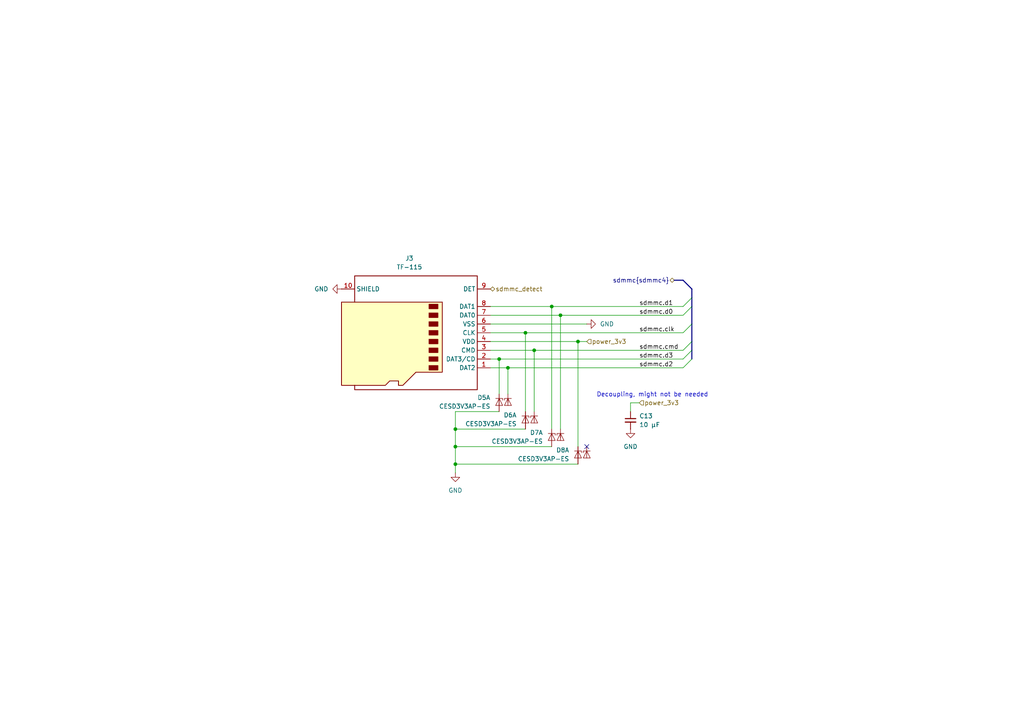
<source format=kicad_sch>
(kicad_sch (version 20250114) (generator "eeschema") (generator_version "9.0")
  (paper "A4")
  (title_block (title "Memory card port") (date "2024-11-14") (rev "Rev1") (comment 1 "Author: Aidan MacDonald"))
  (lib_symbols
    (symbol "Connector:Micro_SD_Card_Det1"
      (property "Reference" "J" (at -16.51 17.78 0))
      (property "Value" "Micro_SD_Card_Det1" (at 16.51 17.78 0))
      (symbol "Micro_SD_Card_Det1_0_1"
        (polyline (pts (xy -8.89 -8.89) (xy -8.89 11.43) (xy -1.27 11.43) (xy 2.54 15.24) (xy 3.81 15.24) (xy 3.81 13.97) (xy 6.35 13.97) (xy 7.62 15.24) (xy 20.32 15.24) (xy 20.32 -8.89) (xy -8.89 -8.89)) (stroke (width 0.254)) (fill (type background)))
        (rectangle (start -7.62 10.795) (end -5.08 9.525) (stroke (width 0.254)) (fill (type outline)))
        (rectangle (start -7.62 8.255) (end -5.08 6.985) (stroke (width 0.254)) (fill (type outline)))
        (rectangle (start -7.62 5.715) (end -5.08 4.445) (stroke (width 0.254)) (fill (type outline)))
        (rectangle (start -7.62 3.175) (end -5.08 1.905) (stroke (width 0.254)) (fill (type outline)))
        (rectangle (start -7.62 0.635) (end -5.08 -0.635) (stroke (width 0.254)) (fill (type outline)))
        (rectangle (start -7.62 -1.905) (end -5.08 -3.175) (stroke (width 0.254)) (fill (type outline)))
        (rectangle (start -7.62 -4.445) (end -5.08 -5.715) (stroke (width 0.254)) (fill (type outline)))
        (rectangle (start -7.62 -6.985) (end -5.08 -8.255) (stroke (width 0.254)) (fill (type outline)))
        (polyline (pts (xy 16.51 15.24) (xy 16.51 16.51) (xy -19.05 16.51) (xy -19.05 -16.51) (xy 16.51 -16.51) (xy 16.51 -8.89)) (stroke (width 0.254)))
      )
      (symbol "Micro_SD_Card_Det1_1_1"
        (pin bidirectional line (at -22.86 10.16 0) (length 3.81) (name "DAT2") (number "1"))
        (pin bidirectional line (at -22.86 7.62 0) (length 3.81) (name "DAT3/CD") (number "2"))
        (pin input line (at -22.86 5.08 0) (length 3.81) (name "CMD") (number "3"))
        (pin power_in line (at -22.86 2.54 0) (length 3.81) (name "VDD") (number "4"))
        (pin input line (at -22.86 0 0) (length 3.81) (name "CLK") (number "5"))
        (pin power_in line (at -22.86 -2.54 0) (length 3.81) (name "VSS") (number "6"))
        (pin bidirectional line (at -22.86 -5.08 0) (length 3.81) (name "DAT0") (number "7"))
        (pin bidirectional line (at -22.86 -7.62 0) (length 3.81) (name "DAT1") (number "8"))
        (pin passive line (at -22.86 -12.7 0) (length 3.81) (name "DET") (number "9"))
        (pin passive line (at 20.32 -12.7 180) (length 3.81) (name "SHIELD") (number "10"))
      )
    )
    (symbol "Device:C_Small" (pin_numbers (hide yes)) (pin_names (offset 0.254) (hide yes))
      (property "Reference" "C" (at 0.254 1.778 0))
      (property "Value" "C_Small" (at 0.254 -2.032 0))
      (symbol "C_Small_0_1"
        (polyline (pts (xy -1.524 0.508) (xy 1.524 0.508)) (stroke (width 0.3048)))
        (polyline (pts (xy -1.524 -0.508) (xy 1.524 -0.508)) (stroke (width 0.3302)))
      )
      (symbol "C_Small_1_1"
        (pin passive line (at 0 2.54 270) (length 2.032) (name "~") (number "1"))
        (pin passive line (at 0 -2.54 90) (length 2.032) (name "~") (number "2"))
      )
    )
    (symbol "echoplayer:CESD3V3AP-ES" (pin_numbers (hide yes)) (pin_names (hide yes))
      (property "Reference" "D" (at -1.524 2.54 0))
      (property "Value" "CESD3V3AP-ES" (at 0 -2.54 0))
      (symbol "CESD3V3AP-ES_0_1"
        (polyline (pts (xy -1.27 1.016) (xy -1.27 -1.016) (xy -0.762 -1.016)))
        (polyline (pts (xy 0.762 1.016) (xy -1.27 0) (xy 0.762 -1.016) (xy 0.762 1.016)))
        (polyline (pts (xy 0.762 0) (xy -1.27 0)))
      )
      (symbol "CESD3V3AP-ES_1_1"
        (pin passive line (at -2.54 0 0) (length 2.54) (name "K1") (number "1"))
        (pin passive line (at 2.54 0 180) (length 2.54) (name "A") (number "3"))
      )
      (symbol "CESD3V3AP-ES_2_1"
        (pin passive line (at -2.54 0 0) (length 2.54) (name "K2") (number "2"))
      )
    )
    (symbol "power:GND" (power) (pin_numbers (hide yes)) (pin_names (offset 0) (hide yes))
      (property "Value" "GND" (at 0 -3.81 0))
      (symbol "GND_0_1"
        (polyline (pts (xy 0 0) (xy 0 -1.27) (xy 1.27 -1.27) (xy 0 -2.54) (xy -1.27 -1.27) (xy 0 -1.27)))
      )
      (symbol "GND_1_1"
        (pin power_in line (at 0 0 270) (length 0) (name "~") (number "1"))
      )
    )
  )
  (text "Decoupling, might not be needed" (at 189.23 114.554 0) (effects (font (size 1.27 1.27))))
  (junction (at 147.32 106.68))
  (junction (at 154.94 101.6))
  (junction (at 132.08 129.54))
  (junction (at 162.56 91.44))
  (junction (at 132.08 134.62))
  (junction (at 167.64 99.06))
  (junction (at 144.78 104.14))
  (junction (at 132.08 124.46))
  (junction (at 152.4 96.52))
  (junction (at 160.02 88.9))
  (no_connect (at 170.18 129.54))
  (bus_entry (at 198.12 106.68) (size 2.54 -2.54))
  (bus_entry (at 198.12 101.6) (size 2.54 -2.54))
  (bus_entry (at 198.12 104.14) (size 2.54 -2.54))
  (bus_entry (at 198.12 88.9) (size 2.54 -2.54))
  (bus_entry (at 198.12 91.44) (size 2.54 -2.54))
  (bus_entry (at 198.12 96.52) (size 2.54 -2.54))
  (bus (pts (xy 200.66 93.98) (xy 200.66 99.06)))
  (wire (pts (xy 144.78 119.38) (xy 132.08 119.38)))
  (wire (pts (xy 152.4 96.52) (xy 198.12 96.52)))
  (wire (pts (xy 142.24 104.14) (xy 144.78 104.14)))
  (bus (pts (xy 200.66 86.36) (xy 200.66 88.9)))
  (wire (pts (xy 144.78 104.14) (xy 144.78 114.3)))
  (wire (pts (xy 147.32 106.68) (xy 147.32 114.3)))
  (wire (pts (xy 170.18 99.06) (xy 167.64 99.06)))
  (wire (pts (xy 182.88 119.38) (xy 182.88 116.84)))
  (wire (pts (xy 142.24 106.68) (xy 147.32 106.68)))
  (wire (pts (xy 142.24 101.6) (xy 154.94 101.6)))
  (wire (pts (xy 162.56 91.44) (xy 198.12 91.44)))
  (wire (pts (xy 142.24 96.52) (xy 152.4 96.52)))
  (wire (pts (xy 152.4 96.52) (xy 152.4 119.38)))
  (wire (pts (xy 132.08 134.62) (xy 132.08 137.16)))
  (bus (pts (xy 198.12 81.28) (xy 195.58 81.28)))
  (wire (pts (xy 142.24 88.9) (xy 160.02 88.9)))
  (wire (pts (xy 132.08 124.46) (xy 132.08 129.54)))
  (wire (pts (xy 160.02 88.9) (xy 160.02 124.46)))
  (wire (pts (xy 167.64 99.06) (xy 142.24 99.06)))
  (wire (pts (xy 132.08 119.38) (xy 132.08 124.46)))
  (wire (pts (xy 160.02 129.54) (xy 132.08 129.54)))
  (bus (pts (xy 200.66 99.06) (xy 200.66 101.6)))
  (wire (pts (xy 167.64 99.06) (xy 167.64 129.54)))
  (wire (pts (xy 162.56 91.44) (xy 162.56 124.46)))
  (bus (pts (xy 200.66 83.82) (xy 200.66 86.36)))
  (wire (pts (xy 144.78 104.14) (xy 198.12 104.14)))
  (wire (pts (xy 147.32 106.68) (xy 198.12 106.68)))
  (bus (pts (xy 200.66 101.6) (xy 200.66 104.14)))
  (wire (pts (xy 154.94 101.6) (xy 154.94 119.38)))
  (bus (pts (xy 200.66 83.82) (xy 198.12 81.28)))
  (wire (pts (xy 142.24 93.98) (xy 170.18 93.98)))
  (wire (pts (xy 154.94 101.6) (xy 198.12 101.6)))
  (wire (pts (xy 152.4 124.46) (xy 132.08 124.46)))
  (bus (pts (xy 200.66 88.9) (xy 200.66 93.98)))
  (wire (pts (xy 132.08 134.62) (xy 167.64 134.62)))
  (wire (pts (xy 182.88 116.84) (xy 185.42 116.84)))
  (wire (pts (xy 160.02 88.9) (xy 198.12 88.9)))
  (wire (pts (xy 132.08 129.54) (xy 132.08 134.62)))
  (wire (pts (xy 142.24 91.44) (xy 162.56 91.44)))
  (label "sdmmc.d1" (at 185.42 88.9 0))
  (label "sdmmc.clk" (at 185.42 96.52 0))
  (label "sdmmc.cmd" (at 185.42 101.6 0))
  (label "sdmmc.d3" (at 185.42 104.14 0))
  (label "sdmmc.d2" (at 185.42 106.68 0))
  (label "sdmmc.d0" (at 185.42 91.44 0))
  (hierarchical_label "sdmmc_detect" (shape tri_state) (at 142.24 83.82 0))
  (hierarchical_label "power_3v3" (shape input) (at 185.42 116.84 0))
  (hierarchical_label "sdmmc{sdmmc4}" (shape bidirectional) (at 195.58 81.28 180))
  (hierarchical_label "power_3v3" (shape input) (at 170.18 99.06 0))
  (symbol (lib_id "echoplayer:CESD3V3AP-ES") (at 170.18 132.08 270) (unit 2)
    (property "Reference" "D8" (effects (hide yes)))
    (property "Value" "CESD3V3AP-ES" (effects (hide yes)))
    (property "Footprint" "Package_TO_SOT_SMD:SOT-23" (effects (hide yes)))
    (property "Datasheet" "https://www.lcsc.com/datasheet/lcsc_datasheet_2409051031_ElecSuper-CESD3V3AP-ES_C5199223.pdf" (effects (hide yes)))
    (property "Description" "Unidirectional dual ESD protection diode array, 3.3V, Common Anode, SOT-23" (effects (hide yes)))
    (property "LCSC#" "C5199223" (effects (hide yes)))
  )
  (symbol (lib_id "Device:C_Small") (at 182.88 121.92 0) (unit 1)
    (property "Reference" "C13" (at 185.42 120.6562 0) (effects (justify left)))
    (property "Value" "10 µF" (at 185.42 123.1962 0) (effects (justify left)))
    (property "Footprint" "Capacitor_SMD:C_0603_1608Metric" (effects (hide yes)))
    (property "Description" "Unpolarized capacitor, small symbol" (effects (hide yes)))
    (property "LCSC#" "C91606" (effects (hide yes)))
  )
  (symbol (lib_id "power:GND") (at 182.88 124.46 0) (unit 1)
    (property "Reference" "#PWR027" (effects (hide yes)))
    (property "Value" "GND" (at 182.88 129.54 0))
    (property "Description" "Power symbol creates a global label with name \"GND\" , ground" (effects (hide yes)))
  )
  (symbol (lib_id "echoplayer:CESD3V3AP-ES") (at 160.02 127 90) (mirror x) (unit 1)
    (property "Reference" "D7" (at 157.48 125.4759 90) (effects (justify left)))
    (property "Value" "CESD3V3AP-ES" (at 157.48 128.0159 90) (effects (justify left)))
    (property "Footprint" "Package_TO_SOT_SMD:SOT-23" (effects (hide yes)))
    (property "Datasheet" "https://www.lcsc.com/datasheet/lcsc_datasheet_2409051031_ElecSuper-CESD3V3AP-ES_C5199223.pdf" (effects (hide yes)))
    (property "Description" "Unidirectional dual ESD protection diode array, 3.3V, Common Anode, SOT-23" (effects (hide yes)))
    (property "LCSC#" "C5199223" (effects (hide yes)))
  )
  (symbol (lib_id "echoplayer:CESD3V3AP-ES") (at 162.56 127 270) (unit 2)
    (property "Reference" "D7" (effects (hide yes)))
    (property "Value" "CESD3V3AP-ES" (effects (hide yes)))
    (property "Footprint" "Package_TO_SOT_SMD:SOT-23" (effects (hide yes)))
    (property "Datasheet" "https://www.lcsc.com/datasheet/lcsc_datasheet_2409051031_ElecSuper-CESD3V3AP-ES_C5199223.pdf" (effects (hide yes)))
    (property "Description" "Unidirectional dual ESD protection diode array, 3.3V, Common Anode, SOT-23" (effects (hide yes)))
    (property "LCSC#" "C5199223" (effects (hide yes)))
  )
  (symbol (lib_id "Connector:Micro_SD_Card_Det1") (at 119.38 96.52 180) (unit 1)
    (property "Reference" "J3" (at 118.745 74.93 0))
    (property "Value" "TF-115" (at 118.745 77.47 0))
    (property "Footprint" "echoplayer:microSD_XUNPU_TF-115" (effects (hide yes)))
    (property "Datasheet" "https://www.lcsc.com/datasheet/lcsc_datasheet_2109061830_XUNPU-TF-115_C266620.pdf" (effects (hide yes)))
    (property "Description" "Micro SD Card Socket with one card detection pin" (effects (hide yes)))
    (property "LCSC#" "C720505" (effects (hide yes)))
  )
  (symbol (lib_id "echoplayer:CESD3V3AP-ES") (at 154.94 121.92 270) (unit 2)
    (property "Reference" "D6" (effects (hide yes)))
    (property "Value" "CESD3V3AP-ES" (effects (hide yes)))
    (property "Footprint" "Package_TO_SOT_SMD:SOT-23" (effects (hide yes)))
    (property "Datasheet" "https://www.lcsc.com/datasheet/lcsc_datasheet_2409051031_ElecSuper-CESD3V3AP-ES_C5199223.pdf" (effects (hide yes)))
    (property "Description" "Unidirectional dual ESD protection diode array, 3.3V, Common Anode, SOT-23" (effects (hide yes)))
    (property "LCSC#" "C5199223" (effects (hide yes)))
  )
  (symbol (lib_id "echoplayer:CESD3V3AP-ES") (at 152.4 121.92 90) (mirror x) (unit 1)
    (property "Reference" "D6" (at 149.86 120.3959 90) (effects (justify left)))
    (property "Value" "CESD3V3AP-ES" (at 149.86 122.9359 90) (effects (justify left)))
    (property "Footprint" "Package_TO_SOT_SMD:SOT-23" (effects (hide yes)))
    (property "Datasheet" "https://www.lcsc.com/datasheet/lcsc_datasheet_2409051031_ElecSuper-CESD3V3AP-ES_C5199223.pdf" (effects (hide yes)))
    (property "Description" "Unidirectional dual ESD protection diode array, 3.3V, Common Anode, SOT-23" (effects (hide yes)))
    (property "LCSC#" "C5199223" (effects (hide yes)))
  )
  (symbol (lib_id "echoplayer:CESD3V3AP-ES") (at 144.78 116.84 90) (mirror x) (unit 1)
    (property "Reference" "D5" (at 142.24 115.3159 90) (effects (justify left)))
    (property "Value" "CESD3V3AP-ES" (at 142.24 117.8559 90) (effects (justify left)))
    (property "Footprint" "Package_TO_SOT_SMD:SOT-23" (effects (hide yes)))
    (property "Datasheet" "https://www.lcsc.com/datasheet/lcsc_datasheet_2409051031_ElecSuper-CESD3V3AP-ES_C5199223.pdf" (effects (hide yes)))
    (property "Description" "Unidirectional dual ESD protection diode array, 3.3V, Common Anode, SOT-23" (effects (hide yes)))
    (property "LCSC#" "C5199223" (effects (hide yes)))
  )
  (symbol (lib_id "power:GND") (at 99.06 83.82 270) (unit 1)
    (property "Reference" "#PWR024" (effects (hide yes)))
    (property "Value" "GND" (at 95.25 83.8199 90) (effects (justify right)))
    (property "Description" "Power symbol creates a global label with name \"GND\" , ground" (effects (hide yes)))
  )
  (symbol (lib_id "echoplayer:CESD3V3AP-ES") (at 167.64 132.08 90) (mirror x) (unit 1)
    (property "Reference" "D8" (at 165.1 130.5559 90) (effects (justify left)))
    (property "Value" "CESD3V3AP-ES" (at 165.1 133.0959 90) (effects (justify left)))
    (property "Footprint" "Package_TO_SOT_SMD:SOT-23" (effects (hide yes)))
    (property "Datasheet" "https://www.lcsc.com/datasheet/lcsc_datasheet_2409051031_ElecSuper-CESD3V3AP-ES_C5199223.pdf" (effects (hide yes)))
    (property "Description" "Unidirectional dual ESD protection diode array, 3.3V, Common Anode, SOT-23" (effects (hide yes)))
    (property "LCSC#" "C5199223" (effects (hide yes)))
  )
  (symbol (lib_id "power:GND") (at 170.18 93.98 90) (unit 1)
    (property "Reference" "#PWR026" (effects (hide yes)))
    (property "Value" "GND" (at 173.99 93.9799 90) (effects (justify right)))
    (property "Description" "Power symbol creates a global label with name \"GND\" , ground" (effects (hide yes)))
  )
  (symbol (lib_id "echoplayer:CESD3V3AP-ES") (at 147.32 116.84 270) (unit 2)
    (property "Reference" "D5" (effects (hide yes)))
    (property "Value" "CESD3V3AP-ES" (effects (hide yes)))
    (property "Footprint" "Package_TO_SOT_SMD:SOT-23" (effects (hide yes)))
    (property "Datasheet" "https://www.lcsc.com/datasheet/lcsc_datasheet_2409051031_ElecSuper-CESD3V3AP-ES_C5199223.pdf" (effects (hide yes)))
    (property "Description" "Unidirectional dual ESD protection diode array, 3.3V, Common Anode, SOT-23" (effects (hide yes)))
    (property "LCSC#" "C5199223" (effects (hide yes)))
  )
  (symbol (lib_id "power:GND") (at 132.08 137.16 0) (unit 1)
    (property "Reference" "#PWR025" (effects (hide yes)))
    (property "Value" "GND" (at 132.08 142.24 0))
    (property "Description" "Power symbol creates a global label with name \"GND\" , ground" (effects (hide yes)))
  )
)
</source>
